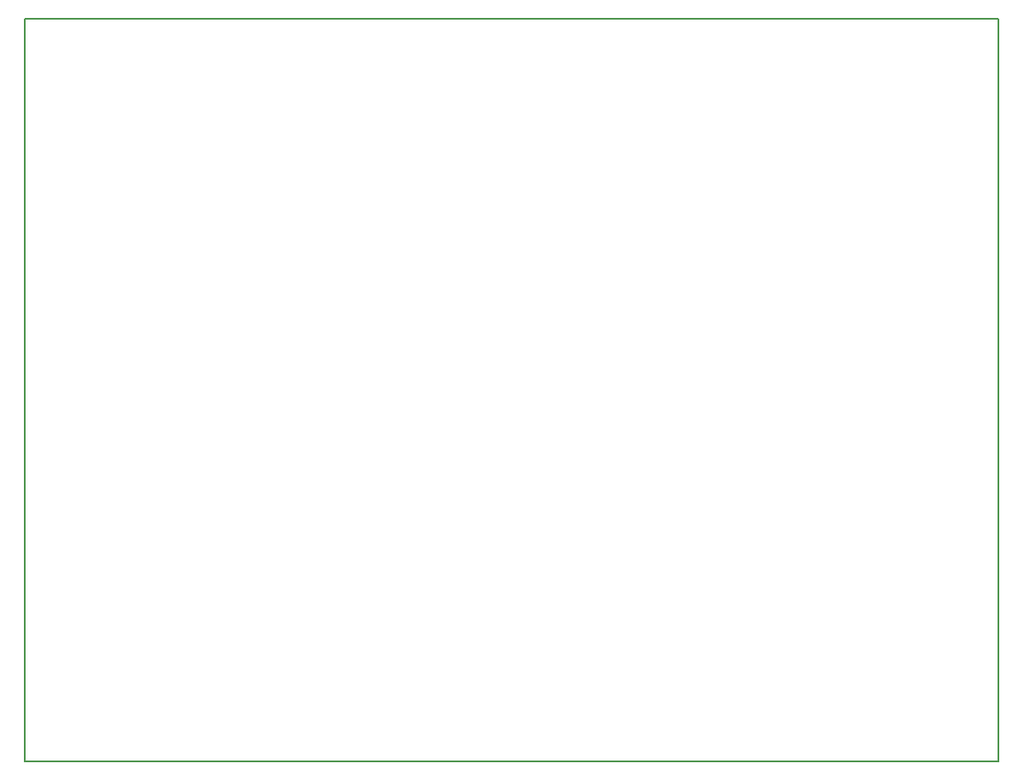
<source format=gko>
G04 #@! TF.GenerationSoftware,KiCad,Pcbnew,(5.0.0-3-g5ebb6b6)*
G04 #@! TF.CreationDate,2018-07-28T18:34:54+09:00*
G04 #@! TF.ProjectId,MD_Controller,4D445F436F6E74726F6C6C65722E6B69,rev?*
G04 #@! TF.SameCoordinates,Original*
G04 #@! TF.FileFunction,Profile,NP*
%FSLAX46Y46*%
G04 Gerber Fmt 4.6, Leading zero omitted, Abs format (unit mm)*
G04 Created by KiCad (PCBNEW (5.0.0-3-g5ebb6b6)) date *
%MOMM*%
%LPD*%
G01*
G04 APERTURE LIST*
%ADD10C,0.150000*%
G04 APERTURE END LIST*
D10*
X209550000Y-57150000D02*
X113030000Y-57150000D01*
X209550000Y-130810000D02*
X209550000Y-57150000D01*
X113030000Y-130810000D02*
X209550000Y-130810000D01*
X113030000Y-57150000D02*
X113030000Y-130810000D01*
M02*

</source>
